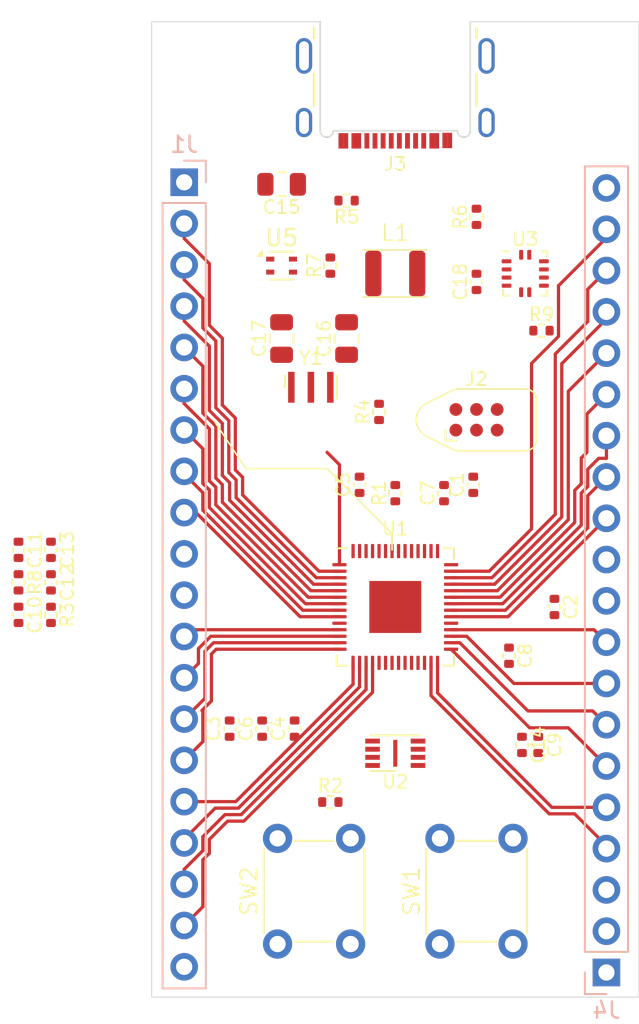
<source format=kicad_pcb>
(kicad_pcb (version 20240108) (generator "pcbnew") (generator_version "8.0")
  (layers (0 "F.Cu" signal) (31 "B.Cu" signal) (34 "B.Paste" user) (35 "F.Paste" user) (36 "B.SilkS" user "B.Silkscreen") (37 "F.SilkS" user "F.Silkscreen") (38 "B.Mask" user) (39 "F.Mask" user) (44 "Edge.Cuts" user))
  (net 0 "")
  (net 1 "Net-(C1-Pad1)")
  (net 2 "GND")
  (net 3 "+3V3")
  (net 4 "Net-(U1-VREG_VOUT)")
  (net 5 "/A11")
  (net 6 "Net-(U3-SS)")
  (net 7 "/A7")
  (net 9 "/SWD_CLK")
  (net 10 "/SWD_DIO")
  (net 11 "Net-(R2-Pad2)")
  (net 12 "Net-(U1-SPI_SS_N)")
  (net 13 "VBUS")
  (net 14 "Net-(U1-USB_DM)")
  (net 15 "Net-(U1-USB_DP)")
  (net 16 "Net-(J3-D+-PadA6)")
  (net 17 "Net-(J3-CC2)")
  (net 18 "Net-(J3-D--PadA7)")
  (net 19 "/SDA")
  (net 20 "/SCL")
  (net 21 "Net-(U3-PG)")
  (net 22 "/A13")
  (net 23 "/A4")
  (net 24 "Net-(U1-SPI_SD2)")
  (net 25 "/A15")
  (net 26 "/A5")
  (net 27 "/A6")
  (net 28 "/A14")
  (net 29 "/A8")
  (net 30 "/A3")
  (net 31 "/RESET")
  (net 32 "/A12")
  (net 33 "/A2")
  (net 34 "/A9")
  (net 35 "Net-(U1-XIN)")
  (net 36 "Net-(U1-SPI_SD0)")
  (net 37 "/A1")
  (net 38 "/A10")
  (net 39 "/A0")
  (net 40 "Net-(U1-XOUT)")
  (net 41 "/B8")
  (net 42 "/B10")
  (net 43 "/B7")
  (net 44 "/B5")
  (net 45 "Net-(U1-SPI_SD3)")
  (net 46 "/B2")
  (net 47 "/B11")
  (net 48 "/B4")
  (net 49 "/B1")
  (net 50 "/B3")
  (net 51 "/B12")
  (net 52 "Net-(U1-SPI_SD1)")
  (net 53 "Net-(U1-SPI_SCLK)")
  (net 54 "/B13")
  (net 55 "/B9")
  (net 56 "/B6")
  (net 57 "/B0")
  (net 61 "Net-(J3-CC1)")
  (net 64 "Net-(U3-L2)")
  (net 65 "Net-(U3-L1)")
  (footprint "passive:C_0402" (layer "F.Cu") (at 150 116 -90)
    (property "Reference" "C14" (at 0 -1 90) (layer "F.SilkS") (effects (font (size 0.8 0.8) (thickness 0.12))))
    (property "Value" "100n")
    (pad "1" smd roundrect (at -0.5 0 270) (size 0.5 0.6) (layers "F.Cu" "F.Paste" "F.Mask") (net 3 "+3V3"))
    (pad "2" smd roundrect (at 0.5 0 270) (size 0.5 0.6) (layers "F.Cu" "F.Paste" "F.Mask") (net 2 "GND"))
  )
  (footprint "passive:R_0402" (layer "F.Cu") (at 142.2 100.515 90)
    (property "Reference" "R1" (at 0 -1 90) (layer "F.SilkS") (effects (font (size 0.8 0.8) (thickness 0.12))))
    (property "Value" "10k")
    (pad "1" smd roundrect (at -0.5 0 90) (size 0.5 0.6) (layers "F.Cu" "F.Paste" "F.Mask") (net 3 "+3V3"))
    (pad "2" smd roundrect (at 0.5 0 90) (size 0.5 0.6) (layers "F.Cu" "F.Paste" "F.Mask") (net 1 "Net-(C1-Pad1)"))
  )
  (footprint "passive:R_0402" (layer "F.Cu") (at 119 106 -90)
    (property "Reference" "R8" (at 0 -1 90) (layer "F.SilkS") (effects (font (size 0.8 0.8) (thickness 0.12))))
    (property "Value" "3k3")
    (pad "1" smd roundrect (at -0.5 0 270) (size 0.5 0.6) (layers "F.Cu" "F.Paste" "F.Mask") (net 3 "+3V3"))
    (pad "2" smd roundrect (at 0.5 0 270) (size 0.5 0.6) (layers "F.Cu" "F.Paste" "F.Mask") (net 20 "/SCL"))
  )
  (footprint "connector:TC2030-IDC-NL" (layer "F.Cu") (at 147.2 96)
    (property "Reference" "J2" (at 0 -2.5 0) (layer "F.SilkS") (effects (font (size 0.8 0.8) (thickness 0.12))))
    (property "Value" "TC2030-IDC-NL")
    (pad "" np_thru_hole circle (at -2.54 0) (size 1 1) (drill 1) (layers "F&B.Cu" "*.Mask"))
    (pad "" np_thru_hole circle (at 2.54 -1.016) (size 1 1) (drill 1) (layers "F&B.Cu" "*.Mask"))
    (pad "" np_thru_hole circle (at 2.54 1.016) (size 1 1) (drill 1) (layers "F&B.Cu" "*.Mask"))
    (pad "1" connect circle (at -1.27 0.635) (size 0.7874 0.7874) (layers "F.Cu" "F.Mask") (net 3 "+3V3"))
    (pad "2" connect circle (at -1.27 -0.635) (size 0.7874 0.7874) (layers "F.Cu" "F.Mask") (net 10 "/SWD_DIO"))
    (pad "3" connect circle (at 0 0.635) (size 0.7874 0.7874) (layers "F.Cu" "F.Mask") (net 1 "Net-(C1-Pad1)"))
    (pad "4" connect circle (at 0 -0.635) (size 0.7874 0.7874) (layers "F.Cu" "F.Mask") (net 9 "/SWD_CLK"))
    (pad "5" connect circle (at 1.27 0.635) (size 0.7874 0.7874) (layers "F.Cu" "F.Mask") (net 2 "GND"))
    (pad "6" connect circle (at 1.27 -0.635) (size 0.7874 0.7874) (layers "F.Cu" "F.Mask"))
  )
  (footprint "switch:TS02-66-Series" (layer "F.Cu") (at 147.2 125 90)
    (property "Reference" "SW1" (at 0 -4 90) (layer "F.SilkS") (effects (font (thickness 0.12))))
    (property "Value" "PTS815")
    (pad "1" thru_hole circle (at -3.25 -2.25 90) (size 1.8 1.8) (drill 1) (layers "*.Cu" "*.Mask") (net 2 "GND"))
    (pad "1" thru_hole circle (at 3.25 -2.25 90) (size 1.8 1.8) (drill 1) (layers "*.Cu" "*.Mask") (net 2 "GND"))
    (pad "2" thru_hole circle (at -3.25 2.25 90) (size 1.8 1.8) (drill 1) (layers "*.Cu" "*.Mask") (net 31 "/RESET"))
    (pad "2" thru_hole circle (at 3.25 2.25 90) (size 1.8 1.8) (drill 1) (layers "*.Cu" "*.Mask") (net 31 "/RESET"))
  )
  (footprint "passive:C_0402" (layer "F.Cu") (at 152 107.515 -90)
    (property "Reference" "C2" (at 0 -1 90) (layer "F.SilkS") (effects (font (size 0.8 0.8) (thickness 0.12))))
    (property "Value" "100n")
    (pad "1" smd roundrect (at -0.5 0 270) (size 0.5 0.6) (layers "F.Cu" "F.Paste" "F.Mask") (net 3 "+3V3"))
    (pad "2" smd roundrect (at 0.5 0 270) (size 0.5 0.6) (layers "F.Cu" "F.Paste" "F.Mask") (net 2 "GND"))
  )
  (footprint "passive:R_0402" (layer "F.Cu") (at 121 108 -90)
    (property "Reference" "R3" (at 0 -1 90) (layer "F.SilkS") (effects (font (size 0.8 0.8) (thickness 0.12))))
    (property "Value" "27R")
    (pad "1" smd roundrect (at -0.5 0 270) (size 0.5 0.6) (layers "F.Cu" "F.Paste" "F.Mask") (net 18 "Net-(J3-D--PadA7)"))
    (pad "2" smd roundrect (at 0.5 0 270) (size 0.5 0.6) (layers "F.Cu" "F.Paste" "F.Mask") (net 14 "Net-(U1-USB_DM)"))
  )
  (footprint "passive:R_0402" (layer "F.Cu") (at 138.2 119.515)
    (property "Reference" "R2" (at 0 -1 360) (layer "F.SilkS") (effects (font (size 0.8 0.8) (thickness 0.12))))
    (property "Value" "1k")
    (pad "1" smd roundrect (at -0.5 0) (size 0.5 0.6) (layers "F.Cu" "F.Paste" "F.Mask") (net 12 "Net-(U1-SPI_SS_N)"))
    (pad "2" smd roundrect (at 0.5 0) (size 0.5 0.6) (layers "F.Cu" "F.Paste" "F.Mask") (net 11 "Net-(R2-Pad2)"))
  )
  (footprint "crystal:Resonator_SMD_Murata_CSTxExxV-3Pin_3.0x1.1mm" (layer "F.Cu") (at 137 94)
    (property "Reference" "Y1" (at 0 -1.8 0) (layer "F.SilkS") (effects (font (size 0.8 0.8) (thickness 0.12))))
    (property "Value" "CSTNE12M0GH5L000R0")
    (pad "1" smd rect (at -1.2 0) (size 0.4 1.9) (layers "F.Cu" "F.Paste" "F.Mask") (net 35 "Net-(U1-XIN)"))
    (pad "2" smd rect (at 0 0) (size 0.4 1.9) (layers "F.Cu" "F.Paste" "F.Mask") (net 2 "GND"))
    (pad "3" smd rect (at 1.2 0) (size 0.4 1.9) (layers "F.Cu" "F.Paste" "F.Mask") (net 40 "Net-(U1-XOUT)"))
  )
  (footprint "passive:C_0402" (layer "F.Cu") (at 119 104 -90)
    (property "Reference" "C11" (at 0 -1 90) (layer "F.SilkS") (effects (font (size 0.8 0.8) (thickness 0.12))))
    (property "Value" "100n")
    (pad "1" smd roundrect (at -0.5 0 270) (size 0.5 0.6) (layers "F.Cu" "F.Paste" "F.Mask") (net 3 "+3V3"))
    (pad "2" smd roundrect (at 0.5 0 270) (size 0.5 0.6) (layers "F.Cu" "F.Paste" "F.Mask") (net 2 "GND"))
  )
  (footprint "passive:C_0402" (layer "F.Cu") (at 136 115 90)
    (property "Reference" "C4" (at 0 -1 90) (layer "F.SilkS") (effects (font (size 0.8 0.8) (thickness 0.12))))
    (property "Value" "100n")
    (pad "1" smd roundrect (at -0.5 0 90) (size 0.5 0.6) (layers "F.Cu" "F.Paste" "F.Mask") (net 4 "Net-(U1-VREG_VOUT)"))
    (pad "2" smd roundrect (at 0.5 0 90) (size 0.5 0.6) (layers "F.Cu" "F.Paste" "F.Mask") (net 2 "GND"))
  )
  (footprint "passive:C_0402" (layer "F.Cu") (at 140 100 90)
    (property "Reference" "C5" (at 0 -1 90) (layer "F.SilkS") (effects (font (size 0.8 0.8) (thickness 0.12))))
    (property "Value" "100n")
    (pad "1" smd roundrect (at -0.5 0 90) (size 0.5 0.6) (layers "F.Cu" "F.Paste" "F.Mask") (net 3 "+3V3"))
    (pad "2" smd roundrect (at 0.5 0 90) (size 0.5 0.6) (layers "F.Cu" "F.Paste" "F.Mask") (net 2 "GND"))
  )
  (footprint "ic:Sensirion_DFN-4_1.5x1.5mm_P0.8mm_SHT4x_NoCentralPad" (layer "F.Cu") (at 135.2 86.515)
    (property "Reference" "U5" (at 0 -1.7 0) (layer "F.SilkS"))
    (property "Value" "SHT40-AD1B")
    (pad "1" smd rect (at -0.7 -0.4) (size 0.5 0.3) (layers "F.Cu" "F.Paste" "F.Mask") (net 19 "/SDA"))
    (pad "2" smd rect (at -0.7 0.4) (size 0.5 0.3) (layers "F.Cu" "F.Paste" "F.Mask") (net 20 "/SCL"))
    (pad "3" smd rect (at 0.7 0.4) (size 0.5 0.3) (layers "F.Cu" "F.Paste" "F.Mask") (net 3 "+3V3"))
    (pad "4" smd rect (at 0.7 -0.4) (size 0.5 0.3) (layers "F.Cu" "F.Paste" "F.Mask") (net 2 "GND"))
  )
  (footprint "passive:C_0402" (layer "F.Cu") (at 147 100 90)
    (property "Reference" "C1" (at 0 -1 90) (layer "F.SilkS") (effects (font (size 0.8 0.8) (thickness 0.12))))
    (property "Value" "100n")
    (pad "1" smd roundrect (at -0.5 0 90) (size 0.5 0.6) (layers "F.Cu" "F.Paste" "F.Mask") (net 1 "Net-(C1-Pad1)"))
    (pad "2" smd roundrect (at 0.5 0 90) (size 0.5 0.6) (layers "F.Cu" "F.Paste" "F.Mask") (net 2 "GND"))
  )
  (footprint "passive:R_0402" (layer "F.Cu") (at 151.2 90.515)
    (property "Reference" "R9" (at 0 -1 0) (layer "F.SilkS") (effects (font (size 0.8 0.8) (thickness 0.12))))
    (property "Value" "1M")
    (pad "1" smd roundrect (at -0.5 0) (size 0.5 0.6) (layers "F.Cu" "F.Paste" "F.Mask") (net 3 "+3V3"))
    (pad "2" smd roundrect (at 0.5 0) (size 0.5 0.6) (layers "F.Cu" "F.Paste" "F.Mask") (net 21 "Net-(U3-PG)"))
  )
  (footprint "passive:R_0402" (layer "F.Cu") (at 139.2 82.515 180)
    (property "Reference" "R5" (at 0 -1 360) (layer "F.SilkS") (effects (font (size 0.8 0.8) (thickness 0.12))))
    (property "Value" "5k1")
    (pad "1" smd roundrect (at -0.5 0 180) (size 0.5 0.6) (layers "F.Cu" "F.Paste" "F.Mask") (net 17 "Net-(J3-CC2)"))
    (pad "2" smd roundrect (at 0.5 0 180) (size 0.5 0.6) (layers "F.Cu" "F.Paste" "F.Mask") (net 2 "GND"))
  )
  (footprint "passive:R_0402" (layer "F.Cu") (at 138.2 86.515 90)
    (property "Reference" "R7" (at 0 -1 90) (layer "F.SilkS") (effects (font (size 0.8 0.8) (thickness 0.12))))
    (property "Value" "3k3")
    (pad "1" smd roundrect (at -0.5 0 90) (size 0.5 0.6) (layers "F.Cu" "F.Paste" "F.Mask") (net 3 "+3V3"))
    (pad "2" smd roundrect (at 0.5 0 90) (size 0.5 0.6) (layers "F.Cu" "F.Paste" "F.Mask") (net 19 "/SDA"))
  )
  (footprint "passive:C_0402" (layer "F.Cu") (at 151 116 -90)
    (property "Reference" "C9" (at 0 -1 90) (layer "F.SilkS") (effects (font (size 0.8 0.8) (thickness 0.12))))
    (property "Value" "100n")
    (pad "1" smd roundrect (at -0.5 0 270) (size 0.5 0.6) (layers "F.Cu" "F.Paste" "F.Mask") (net 3 "+3V3"))
    (pad "2" smd roundrect (at 0.5 0 270) (size 0.5 0.6) (layers "F.Cu" "F.Paste" "F.Mask") (net 2 "GND"))
  )
  (footprint "connector:USB_C_Receptacle_MidMnt_Molex_16_Contact_216990-0001" (layer "F.Cu") (at 142.2 73.615 180)
    (property "Reference" "J3" (at 0 -6.65 0) (layer "F.SilkS") (effects (font (size 0.8 0.8) (thickness 0.12))))
    (property "Value" "USB_C_Receptacle_Molex_216990-0001")
    (fp_line (start 4.62 -4.6) (end 4.62 2.1) (stroke (width 0.1)) (layer "Edge.Cuts"))
    (fp_line (start -3.82 -4.6) (end 3.82 -4.6) (stroke (width 0.1)) (layer "Edge.Cuts"))
    (fp_line (start -4.62 2.1) (end -4.62 -4.6) (stroke (width 0.1)) (layer "Edge.Cuts"))
    (fp_arc (start 3.82 -4.6) (mid 4.22 -5) (end 4.62 -4.6) (stroke (width 0.1)) (layer "Edge.Cuts"))
    (fp_arc (start -4.62 -4.6) (mid -4.22 -5) (end -3.82 -4.6) (stroke (width 0.1)) (layer "Edge.Cuts"))
    (pad "A1" smd rect (at -3.35 -5.2 180) (size 0.3 0.95) (layers "F.Cu" "F.Paste" "F.Mask") (net 2 "GND"))
    (pad "A4" smd rect (at -2.55 -5.225 180) (size 0.3 0.95) (layers "F.Cu" "F.Paste" "F.Mask") (net 13 "VBUS"))
    (pad "A5" smd rect (at -1.25 -5.225 180) (size 0.3 0.95) (layers "F.Cu" "F.Paste" "F.Mask") (net 61 "Net-(J3-CC1)"))
    (pad "A6" smd rect (at -0.25 -5.225 180) (size 0.3 0.95) (layers "F.Cu" "F.Paste" "F.Mask") (net 16 "Net-(J3-D+-PadA6)"))
    (pad "A7" smd rect (at 0.25 -5.225) (size 0.3 0.95) (layers "F.Cu" "F.Paste" "F.Mask") (net 18 "Net-(J3-D--PadA7)"))
    (pad "A8" smd rect (at 1.25 -5.225) (size 0.3 0.95) (layers "F.Cu" "F.Paste" "F.Mask") (net 10 "/SWD_DIO"))
    (pad "A9" smd rect (at 2.55 -5.225) (size 0.3 0.95) (layers "F.Cu" "F.Paste" "F.Mask") (net 13 "VBUS"))
    (pad "A12" smd rect (at 3.35 -5.225 180) (size 0.3 0.95) (layers "F.Cu" "F.Paste" "F.Mask") (net 2 "GND"))
    (pad "B1" smd rect (at 3.05 -5.225) (size 0.3 0.95) (layers "F.Cu" "F.Paste" "F.Mask") (net 2 "GND"))
    (pad "B4" smd rect (at 2.25 -5.225) (size 0.3 0.95) (layers "F.Cu" "F.Paste" "F.Mask") (net 13 "VBUS"))
    (pad "B5" smd rect (at 1.75 -5.225) (size 0.3 0.95) (layers "F.Cu" "F.Paste" "F.Mask") (net 17 "Net-(J3-CC2)"))
    (pad "B6" smd rect (at 0.75 -5.225) (size 0.3 0.95) (layers "F.Cu" "F.Paste" "F.Mask") (net 16 "Net-(J3-D+-PadA6)"))
    (pad "B7" smd rect (at -0.75 -5.225 180) (size 0.3 0.95) (layers "F.Cu" "F.Paste" "F.Mask") (net 18 "Net-(J3-D--PadA7)"))
    (pad "B8" smd rect (at -1.75 -5.225 180) (size 0.3 0.95) (layers "F.Cu" "F.Paste" "F.Mask") (net 9 "/SWD_CLK"))
    (pad "B9" smd rect (at -2.25 -5.225 180) (size 0.3 0.95) (layers "F.Cu" "F.Paste" "F.Mask") (net 13 "VBUS"))
    (pad "B12" smd rect (at -3.05 -5.2) (size 0.3 0.95) (layers "F.Cu" "F.Paste" "F.Mask") (net 2 "GND"))
    (pad "S1" thru_hole oval (at -5.62 -4.1 90) (size 1.8 1) (drill oval 1.4 0.6) (layers "*.Cu" "*.Mask"))
    (pad "S1" thru_hole oval (at -5.62 0 90) (size 2.2 1) (drill oval 1.8 0.6) (layers "*.Cu" "*.Mask"))
    (pad "S1" thru_hole oval (at 5.62 -4.1 90) (size 1.8 1) (drill oval 1.4 0.6) (layers "*.Cu" "*.Mask"))
    (pad "S1" thru_hole oval (at 5.62 0 90) (size 2.2 1) (drill oval 1.8 0.6) (layers "*.Cu" "*.Mask"))
  )
  (footprint "passive:C_0402" (layer "F.Cu") (at 134 115 90)
    (property "Reference" "C6" (at 0 -1 90) (layer "F.SilkS") (effects (font (size 0.8 0.8) (thickness 0.12))))
    (property "Value" "2u2")
    (pad "1" smd roundrect (at -0.5 0 90) (size 0.5 0.6) (layers "F.Cu" "F.Paste" "F.Mask") (net 4 "Net-(U1-VREG_VOUT)"))
    (pad "2" smd roundrect (at 0.5 0 90) (size 0.5 0.6) (layers "F.Cu" "F.Paste" "F.Mask") (net 2 "GND"))
  )
  (footprint "package:VQFN-12-1EP_2.5x2.5mm_P0.5mm" (layer "F.Cu") (at 150.2 87)
    (property "Reference" "U3" (at 0 -2.1 0) (layer "F.SilkS") (effects (font (size 0.8 0.8) (thickness 0.12))))
    (property "Value" "TPS63051")
    (pad "1" smd roundrect (at -1.15 -0.75) (size 0.6 0.25) (layers "F.Cu" "F.Paste" "F.Mask") (net 65 "Net-(U3-L1)"))
    (pad "2" smd roundrect (at -1.15 -0.25) (size 0.6 0.25) (layers "F.Cu" "F.Paste" "F.Mask") (net 2 "GND"))
    (pad "3" smd roundrect (at -1.15 0.25) (size 0.6 0.25) (layers "F.Cu" "F.Paste" "F.Mask") (net 64 "Net-(U3-L2)"))
    (pad "4" smd roundrect (at -1.15 0.75) (size 0.6 0.25) (layers "F.Cu" "F.Paste" "F.Mask") (net 3 "+3V3"))
    (pad "5" smd roundrect (at -0.25 1.15) (size 0.25 0.6) (layers "F.Cu" "F.Paste" "F.Mask") (net 3 "+3V3"))
    (pad "6" smd roundrect (at 0.25 1.15) (size 0.25 0.6) (layers "F.Cu" "F.Paste" "F.Mask"))
    (pad "7" smd roundrect (at 1.15 0.75) (size 0.6 0.25) (layers "F.Cu" "F.Paste" "F.Mask") (net 6 "Net-(U3-SS)"))
    (pad "8" smd roundrect (at 1.15 0.25) (size 0.6 0.25) (layers "F.Cu" "F.Paste" "F.Mask") (net 21 "Net-(U3-PG)"))
    (pad "9" smd roundrect (at 1.15 -0.25) (size 0.6 0.25) (layers "F.Cu" "F.Paste" "F.Mask") (net 2 "GND"))
    (pad "10" smd roundrect (at 1.15 -0.75) (size 0.6 0.25) (layers "F.Cu" "F.Paste" "F.Mask"))
    (pad "11" smd roundrect (at 0.25 -1.15) (size 0.25 0.6) (layers "F.Cu" "F.Paste" "F.Mask") (net 13 "VBUS"))
    (pad "12" smd roundrect (at -0.25 -1.15) (size 0.25 0.6) (layers "F.Cu" "F.Paste" "F.Mask") (net 13 "VBUS"))
  )
  (footprint "passive:C_0805" (layer "F.Cu") (at 135.2 91 90)
    (property "Reference" "C17" (at 0 -1.4 90) (layer "F.SilkS") (effects (font (size 0.8 0.8) (thickness 0.12))))
    (property "Value" "10u")
    (pad "1" smd roundrect (at -1 0 90) (size 1 1.4) (layers "F.Cu" "F.Paste" "F.Mask") (net 3 "+3V3"))
    (pad "2" smd roundrect (at 1 0 90) (size 1 1.4) (layers "F.Cu" "F.Paste" "F.Mask") (net 2 "GND"))
  )
  (footprint "passive:C_0402" (layer "F.Cu") (at 121 104 -90)
    (property "Reference" "C13" (at 0 -1 90) (layer "F.SilkS") (effects (font (size 0.8 0.8) (thickness 0.12))))
    (property "Value" "100n")
    (pad "1" smd roundrect (at -0.5 0 270) (size 0.5 0.6) (layers "F.Cu" "F.Paste" "F.Mask") (net 3 "+3V3"))
    (pad "2" smd roundrect (at 0.5 0 270) (size 0.5 0.6) (layers "F.Cu" "F.Paste" "F.Mask") (net 2 "GND"))
  )
  (footprint "passive:C_0805" (layer "F.Cu") (at 135.2 81.515 180)
    (property "Reference" "C15" (at 0 -1.4 360) (layer "F.SilkS") (effects (font (size 0.8 0.8) (thickness 0.12))))
    (property "Value" "10u")
    (pad "1" smd roundrect (at -1 0 180) (size 1 1.4) (layers "F.Cu" "F.Paste" "F.Mask") (net 13 "VBUS"))
    (pad "2" smd roundrect (at 1 0 180) (size 1 1.4) (layers "F.Cu" "F.Paste" "F.Mask") (net 2 "GND"))
  )
  (footprint "passive:R_0402" (layer "F.Cu") (at 141.2 95.515 90)
    (property "Reference" "R4" (at 0 -1 90) (layer "F.SilkS") (effects (font (size 0.8 0.8) (thickness 0.12))))
    (property "Value" "27R")
    (pad "1" smd roundrect (at -0.5 0 90) (size 0.5 0.6) (layers "F.Cu" "F.Paste" "F.Mask") (net 16 "Net-(J3-D+-PadA6)"))
    (pad "2" smd roundrect (at 0.5 0 90) (size 0.5 0.6) (layers "F.Cu" "F.Paste" "F.Mask") (net 15 "Net-(U1-USB_DP)"))
  )
  (footprint "passive:C_0402" (layer "F.Cu") (at 145.2 100.515 90)
    (property "Reference" "C7" (at 0 -1 90) (layer "F.SilkS") (effects (font (size 0.8 0.8) (thickness 0.12))))
    (property "Value" "2u2")
    (pad "1" smd roundrect (at -0.5 0 90) (size 0.5 0.6) (layers "F.Cu" "F.Paste" "F.Mask") (net 3 "+3V3"))
    (pad "2" smd roundrect (at 0.5 0 90) (size 0.5 0.6) (layers "F.Cu" "F.Paste" "F.Mask") (net 2 "GND"))
  )
  (footprint "switch:TS02-66-Series" (layer "F.Cu") (at 137.2 125 90)
    (property "Reference" "SW2" (at 0 -4 90) (layer "F.SilkS") (effects (font (thickness 0.12))))
    (property "Value" "PTS815")
    (pad "1" thru_hole circle (at -3.25 -2.25 90) (size 1.8 1.8) (drill 1) (layers "*.Cu" "*.Mask") (net 2 "GND"))
    (pad "1" thru_hole circle (at 3.25 -2.25 90) (size 1.8 1.8) (drill 1) (layers "*.Cu" "*.Mask") (net 2 "GND"))
    (pad "2" thru_hole circle (at -3.25 2.25 90) (size 1.8 1.8) (drill 1) (layers "*.Cu" "*.Mask") (net 11 "Net-(R2-Pad2)"))
    (pad "2" thru_hole circle (at 3.25 2.25 90) (size 1.8 1.8) (drill 1) (layers "*.Cu" "*.Mask") (net 11 "Net-(R2-Pad2)"))
  )
  (footprint "passive:C_0402" (layer "F.Cu") (at 121 106 -90)
    (property "Reference" "C12" (at 0 -1 90) (layer "F.SilkS") (effects (font (size 0.8 0.8) (thickness 0.12))))
    (property "Value" "100n")
    (pad "1" smd roundrect (at -0.5 0 270) (size 0.5 0.6) (layers "F.Cu" "F.Paste" "F.Mask") (net 3 "+3V3"))
    (pad "2" smd roundrect (at 0.5 0 270) (size 0.5 0.6) (layers "F.Cu" "F.Paste" "F.Mask") (net 2 "GND"))
  )
  (footprint "passive:C_0402" (layer "F.Cu") (at 147.2 87.515 90)
    (property "Reference" "C18" (at 0 -1 90) (layer "F.SilkS") (effects (font (size 0.8 0.8) (thickness 0.12))))
    (property "Value" "1n")
    (pad "1" smd roundrect (at -0.5 0 90) (size 0.5 0.6) (layers "F.Cu" "F.Paste" "F.Mask") (net 6 "Net-(U3-SS)"))
    (pad "2" smd roundrect (at 0.5 0 90) (size 0.5 0.6) (layers "F.Cu" "F.Paste" "F.Mask") (net 2 "GND"))
  )
  (footprint "passive:C_0402" (layer "F.Cu") (at 149.2 110.515 -90)
    (property "Reference" "C8" (at 0 -1 90) (layer "F.SilkS") (effects (font (size 0.8 0.8) (thickness 0.12))))
    (property "Value" "100n")
    (pad "1" smd roundrect (at -0.5 0 270) (size 0.5 0.6) (layers "F.Cu" "F.Paste" "F.Mask") (net 3 "+3V3"))
    (pad "2" smd roundrect (at 0.5 0 270) (size 0.5 0.6) (layers "F.Cu" "F.Paste" "F.Mask") (net 2 "GND"))
  )
  (footprint "passive:R_0402" (layer "F.Cu") (at 147.2 83.515 90)
    (property "Reference" "R6" (at 0 -1 90) (layer "F.SilkS") (effects (font (size 0.8 0.8) (thickness 0.12))))
    (property "Value" "5k1")
    (pad "1" smd roundrect (at -0.5 0 90) (size 0.5 0.6) (layers "F.Cu" "F.Paste" "F.Mask") (net 61 "Net-(J3-CC1)"))
    (pad "2" smd roundrect (at 0.5 0 90) (size 0.5 0.6) (layers "F.Cu" "F.Paste" "F.Mask") (net 2 "GND"))
  )
  (footprint "package:USON_2x3x0.6mm" (layer "F.Cu") (at 142.2 116.515 180)
    (property "Reference" "U2" (at 0 -1.75 360) (layer "F.SilkS") (effects (font (size 0.8 0.8) (thickness 0.12))))
    (property "Value" "W25Q16JV" (hide yes))
    (pad "1" smd rect (at -1.4 -0.75 270) (size 0.3 0.9) (layers "F.Cu" "F.Paste" "F.Mask") (net 12 "Net-(U1-SPI_SS_N)"))
    (pad "2" smd rect (at -1.4 -0.25 270) (size 0.3 0.9) (layers "F.Cu" "F.Paste" "F.Mask") (net 52 "Net-(U1-SPI_SD1)"))
    (pad "3" smd rect (at -1.4 0.25 270) (size 0.3 0.9) (layers "F.Cu" "F.Paste" "F.Mask") (net 24 "Net-(U1-SPI_SD2)"))
    (pad "4" smd rect (at -1.4 0.75 270) (size 0.3 0.9) (layers "F.Cu" "F.Paste" "F.Mask") (net 2 "GND"))
    (pad "5" smd rect (at 1.4 0.75 270) (size 0.3 0.9) (layers "F.Cu" "F.Paste" "F.Mask") (net 36 "Net-(U1-SPI_SD0)"))
    (pad "6" smd rect (at 1.4 0.25 270) (size 0.3 0.9) (layers "F.Cu" "F.Paste" "F.Mask") (net 53 "Net-(U1-SPI_SCLK)"))
    (pad "7" smd rect (at 1.4 -0.25 270) (size 0.3 0.9) (layers "F.Cu" "F.Paste" "F.Mask") (net 45 "Net-(U1-SPI_SD3)"))
    (pad "8" smd rect (at 1.4 -0.75 270) (size 0.3 0.9) (layers "F.Cu" "F.Paste" "F.Mask") (net 3 "+3V3"))
    (pad "9" smd rect (at 0 0 180) (size 0.25 1.65) (layers "F.Cu" "F.Paste" "F.Mask"))
  )
  (footprint "passive:C_0402" (layer "F.Cu") (at 132 115 90)
    (property "Reference" "C3" (at 0 -1 90) (layer "F.SilkS") (effects (font (size 0.8 0.8) (thickness 0.12))))
    (property "Value" "100n")
    (pad "1" smd roundrect (at -0.5 0 90) (size 0.5 0.6) (layers "F.Cu" "F.Paste" "F.Mask") (net 4 "Net-(U1-VREG_VOUT)"))
    (pad "2" smd roundrect (at 0.5 0 90) (size 0.5 0.6) (layers "F.Cu" "F.Paste" "F.Mask") (net 2 "GND"))
  )
  (footprint "package:QFN-56-1EP_7x7mm_P0.4mm_EP3.2x3.2mm" (layer "F.Cu") (at 142.2 107.515)
    (property "Reference" "U1" (at 0 -4.82 360) (layer "F.SilkS") (effects (font (size 0.8 0.8) (thickness 0.12))))
    (property "Value" "RP2040")
    (pad "1" smd roundrect (at -3.4375 -2.6) (size 0.875 0.2) (layers "F.Cu" "F.Paste" "F.Mask") (net 3 "+3V3"))
    (pad "2" smd roundrect (at -3.4375 -2.2) (size 0.875 0.2) (layers "F.Cu" "F.Paste" "F.Mask") (net 39 "/A0"))
    (pad "3" smd roundrect (at -3.4375 -1.8) (size 0.875 0.2) (layers "F.Cu" "F.Paste" "F.Mask") (net 37 "/A1"))
    (pad "4" smd roundrect (at -3.4375 -1.4) (size 0.875 0.2) (layers "F.Cu" "F.Paste" "F.Mask") (net 33 "/A2"))
    (pad "5" smd roundrect (at -3.4375 -1) (size 0.875 0.2) (layers "F.Cu" "F.Paste" "F.Mask") (net 30 "/A3"))
    (pad "6" smd roundrect (at -3.4375 -0.6) (size 0.875 0.2) (layers "F.Cu" "F.Paste" "F.Mask") (net 23 "/A4"))
    (pad "7" smd roundrect (at -3.4375 -0.2) (size 0.875 0.2) (layers "F.Cu" "F.Paste" "F.Mask") (net 26 "/A5"))
    (pad "8" smd roundrect (at -3.4375 0.2) (size 0.875 0.2) (layers "F.Cu" "F.Paste" "F.Mask") (net 27 "/A6"))
    (pad "9" smd roundrect (at -3.4375 0.6) (size 0.875 0.2) (layers "F.Cu" "F.Paste" "F.Mask") (net 7 "/A7"))
    (pad "10" smd roundrect (at -3.4375 1) (size 0.875 0.2) (layers "F.Cu" "F.Paste" "F.Mask") (net 3 "+3V3"))
    (pad "11" smd roundrect (at -3.4375 1.4) (size 0.875 0.2) (layers "F.Cu" "F.Paste" "F.Mask") (net 29 "/A8"))
    (pad "12" smd roundrect (at -3.4375 1.8) (size 0.875 0.2) (layers "F.Cu" "F.Paste" "F.Mask") (net 34 "/A9"))
    (pad "13" smd roundrect (at -3.4375 2.2) (size 0.875 0.2) (layers "F.Cu" "F.Paste" "F.Mask") (net 38 "/A10"))
    (pad "14" smd roundrect (at -3.4375 2.6) (size 0.875 0.2) (layers "F.Cu" "F.Paste" "F.Mask") (net 5 "/A11"))
    (pad "15" smd roundrect (at -2.6 3.4375) (size 0.2 0.875) (layers "F.Cu" "F.Paste" "F.Mask") (net 32 "/A12"))
    (pad "16" smd roundrect (at -2.2 3.4375) (size 0.2 0.875) (layers "F.Cu" "F.Paste" "F.Mask") (net 22 "/A13"))
    (pad "17" smd roundrect (at -1.8 3.4375) (size 0.2 0.875) (layers "F.Cu" "F.Paste" "F.Mask") (net 28 "/A14"))
    (pad "18" smd roundrect (at -1.4 3.4375) (size 0.2 0.875) (layers "F.Cu" "F.Paste" "F.Mask") (net 25 "/A15"))
    (pad "19" smd roundrect (at -1 3.4375) (size 0.2 0.875) (layers "F.Cu" "F.Paste" "F.Mask") (net 2 "GND"))
    (pad "20" smd roundrect (at -0.6 3.4375) (size 0.2 0.875) (layers "F.Cu" "F.Paste" "F.Mask") (net 35 "Net-(U1-XIN)"))
    (pad "21" smd roundrect (at -0.2 3.4375) (size 0.2 0.875) (layers "F.Cu" "F.Paste" "F.Mask") (net 40 "Net-(U1-XOUT)"))
    (pad "22" smd roundrect (at 0.2 3.4375) (size 0.2 0.875) (layers "F.Cu" "F.Paste" "F.Mask") (net 3 "+3V3"))
    (pad "23" smd roundrect (at 0.6 3.4375) (size 0.2 0.875) (layers "F.Cu" "F.Paste" "F.Mask") (net 4 "Net-(U1-VREG_VOUT)"))
    (pad "24" smd roundrect (at 1 3.4375) (size 0.2 0.875) (layers "F.Cu" "F.Paste" "F.Mask") (net 9 "/SWD_CLK"))
    (pad "25" smd roundrect (at 1.4 3.4375) (size 0.2 0.875) (layers "F.Cu" "F.Paste" "F.Mask") (net 10 "/SWD_DIO"))
    (pad "26" smd roundrect (at 1.8 3.4375) (size 0.2 0.875) (layers "F.Cu" "F.Paste" "F.Mask") (net 31 "/RESET"))
    (pad "27" smd roundrect (at 2.2 3.4375) (size 0.2 0.875) (layers "F.Cu" "F.Paste" "F.Mask") (net 57 "/B0"))
    (pad "28" smd roundrect (at 2.6 3.4375) (size 0.2 0.875) (layers "F.Cu" "F.Paste" "F.Mask") (net 49 "/B1"))
    (pad "29" smd roundrect (at 3.4375 2.6) (size 0.875 0.2) (layers "F.Cu" "F.Paste" "F.Mask") (net 46 "/B2"))
    (pad "30" smd roundrect (at 3.4375 2.2) (size 0.875 0.2) (layers "F.Cu" "F.Paste" "F.Mask") (net 50 "/B3"))
    (pad "31" smd roundrect (at 3.4375 1.8) (size 0.875 0.2) (layers "F.Cu" "F.Paste" "F.Mask") (net 48 "/B4"))
    (pad "32" smd roundrect (at 3.4375 1.4) (size 0.875 0.2) (layers "F.Cu" "F.Paste" "F.Mask") (net 44 "/B5"))
    (pad "33" smd roundrect (at 3.4375 1) (size 0.875 0.2) (layers "F.Cu" "F.Paste" "F.Mask") (net 3 "+3V3"))
    (pad "34" smd roundrect (at 3.4375 0.6) (size 0.875 0.2) (layers "F.Cu" "F.Paste" "F.Mask") (net 56 "/B6"))
    (pad "35" smd roundrect (at 3.4375 0.2) (size 0.875 0.2) (layers "F.Cu" "F.Paste" "F.Mask") (net 43 "/B7"))
    (pad "36" smd roundrect (at 3.4375 -0.2) (size 0.875 0.2) (layers "F.Cu" "F.Paste" "F.Mask") (net 41 "/B8"))
    (pad "37" smd roundrect (at 3.4375 -0.6) (size 0.875 0.2) (layers "F.Cu" "F.Paste" "F.Mask") (net 55 "/B9"))
    (pad "38" smd roundrect (at 3.4375 -1) (size 0.875 0.2) (layers "F.Cu" "F.Paste" "F.Mask") (net 42 "/B10"))
    (pad "39" smd roundrect (at 3.4375 -1.4) (size 0.875 0.2) (layers "F.Cu" "F.Paste" "F.Mask") (net 47 "/B11"))
    (pad "40" smd roundrect (at 3.4375 -1.8) (size 0.875 0.2) (layers "F.Cu" "F.Paste" "F.Mask") (net 51 "/B12"))
    (pad "41" smd roundrect (at 3.4375 -2.2) (size 0.875 0.2) (layers "F.Cu" "F.Paste" "F.Mask") (net 54 "/B13"))
    (pad "42" smd roundrect (at 3.4375 -2.6) (size 0.875 0.2) (layers "F.Cu" "F.Paste" "F.Mask") (net 3 "+3V3"))
    (pad "43" smd roundrect (at 2.6 -3.4375) (size 0.2 0.875) (layers "F.Cu" "F.Paste" "F.Mask") (net 3 "+3V3"))
    (pad "44" smd roundrect (at 2.2 -3.4375) (size 0.2 0.875) (layers "F.Cu" "F.Paste" "F.Mask") (net 3 "+3V3"))
    (pad "45" smd roundrect (at 1.8 -3.4375) (size 0.2 0.875) (layers "F.Cu" "F.Paste" "F.Mask") (net 4 "Net-(U1-VREG_VOUT)"))
    (pad "46" smd roundrect (at 1.4 -3.4375) (size 0.2 0.875) (layers "F.Cu" "F.Paste" "F.Mask") (net 14 "Net-(U1-USB_DM)"))
    (pad "47" smd roundrect (at 1 -3.4375) (size 0.2 0.875) (layers "F.Cu" "F.Paste" "F.Mask") (net 15 "Net-(U1-USB_DP)"))
    (pad "48" smd roundrect (at 0.6 -3.4375) (size 0.2 0.875) (layers "F.Cu" "F.Paste" "F.Mask") (net 3 "+3V3"))
    (pad "49" smd roundrect (at 0.2 -3.4375) (size 0.2 0.875) (layers "F.Cu" "F.Paste" "F.Mask") (net 3 "+3V3"))
    (pad "50" smd roundrect (at -0.2 -3.4375) (size 0.2 0.875) (layers "F.Cu" "F.Paste" "F.Mask") (net 4 "Net-(U1-VREG_VOUT)"))
    (pad "51" smd roundrect (at -0.6 -3.4375) (size 0.2 0.875) (layers "F.Cu" "F.Paste" "F.Mask") (net 45 "Net-(U1-SPI_SD3)"))
    (pad "52" smd roundrect (at -1 -3.4375) (size 0.2 0.875) (layers "F.Cu" "F.Paste" "F.Mask") (net 53 "Net-(U1-SPI_SCLK)"))
    (pad "53" smd roundrect (at -1.4 -3.4375) (size 0.2 0.875) (layers "F.Cu" "F.Paste" "F.Mask") (net 36 "Net-(U1-SPI_SD0)"))
    (pad "54" smd roundrect (at -1.8 -3.4375) (size 0.2 0.875) (layers "F.Cu" "F.Paste" "F.Mask") (net 24 "Net-(U1-SPI_SD2)"))
    (pad "55" smd roundrect (at -2.2 -3.4375) (size 0.2 0.875) (layers "F.Cu" "F.Paste" "F.Mask") (net 52 "Net-(U1-SPI_SD1)"))
    (pad "56" smd roundrect (at -2.6 -3.4375) (size 0.2 0.875) (layers "F.Cu" "F.Paste" "F.Mask") (net 12 "Net-(U1-SPI_SS_N)"))
    (pad "57" smd rect (at 0 0) (size 3.2 3.2) (layers "F.Cu" "F.Mask") (net 2 "GND"))
  )
  (footprint "passive:L_3.2x2.5" (layer "F.Cu") (at 142.2 87)
    (property "Reference" "L1" (at 0 -2.5 0) (layer "F.SilkS") (effects (font (thickness 0.1))))
    (property "Value" "1u5")
    (pad "1" smd roundrect (at -1.35 0) (size 1 2.8) (layers "F.Cu" "F.Paste" "F.Mask") (net 65 "Net-(U3-L1)"))
    (pad "2" smd roundrect (at 1.35 0) (size 1 2.8) (layers "F.Cu" "F.Paste" "F.Mask") (net 64 "Net-(U3-L2)"))
  )
  (footprint "passive:C_0805" (layer "F.Cu") (at 139.2 91 90)
    (property "Reference" "C16" (at 0 -1.4 90) (layer "F.SilkS") (effects (font (size 0.8 0.8) (thickness 0.12))))
    (property "Value" "10u")
    (pad "1" smd roundrect (at -1 0 90) (size 1 1.4) (layers "F.Cu" "F.Paste" "F.Mask") (net 3 "+3V3"))
    (pad "2" smd roundrect (at 1 0 90) (size 1 1.4) (layers "F.Cu" "F.Paste" "F.Mask") (net 2 "GND"))
  )
  (footprint "passive:C_0402" (layer "F.Cu") (at 119 108 -90)
    (property "Reference" "C10" (at 0 -1 90) (layer "F.SilkS") (effects (font (size 0.8 0.8) (thickness 0.12))))
    (property "Value" "100n")
    (pad "1" smd roundrect (at -0.5 0 270) (size 0.5 0.6) (layers "F.Cu" "F.Paste" "F.Mask") (net 3 "+3V3"))
    (pad "2" smd roundrect (at 0.5 0 270) (size 0.5 0.6) (layers "F.Cu" "F.Paste" "F.Mask") (net 2 "GND"))
  )
  (footprint "connector:PinHeader_1x20_P2.54mm_Vertical" (layer "B.Cu") (at 129.2 81.39 180)
    (property "Reference" "J1" (at 0 2.33 0) (layer "B.SilkS") (effects (justify mirror)))
    (property "Value" "1x20")
    (pad "1" thru_hole rect (at 0 0 180) (size 1.7 1.7) (drill 1) (layers "*.Cu" "*.Mask") (net 2 "GND"))
    (pad "2" thru_hole oval (at 0 -2.54 180) (size 1.7 1.7) (drill 1) (layers "*.Cu" "*.Mask") (net 39 "/A0"))
    (pad "3" thru_hole oval (at 0 -5.08 180) (size 1.7 1.7) (drill 1) (layers "*.Cu" "*.Mask") (net 37 "/A1"))
    (pad "4" thru_hole oval (at 0 -7.62 180) (size 1.7 1.7) (drill 1) (layers "*.Cu" "*.Mask") (net 33 "/A2"))
    (pad "5" thru_hole oval (at 0 -10.16 180) (size 1.7 1.7) (drill 1) (layers "*.Cu" "*.Mask") (net 30 "/A3"))
    (pad "6" thru_hole oval (at 0 -12.7 180) (size 1.7 1.7) (drill 1) (layers "*.Cu" "*.Mask") (net 23 "/A4"))
    (pad "7" thru_hole oval (at 0 -15.24 180) (size 1.7 1.7) (drill 1) (layers "*.Cu" "*.Mask") (net 26 "/A5"))
    (pad "8" thru_hole oval (at 0 -17.78 180) (size 1.7 1.7) (drill 1) (layers "*.Cu" "*.Mask") (net 27 "/A6"))
    (pad "9" thru_hole oval (at 0 -20.32 180) (size 1.7 1.7) (drill 1) (layers "*.Cu" "*.Mask") (net 7 "/A7"))
    (pad "10" thru_hole oval (at 0 -22.86 180) (size 1.7 1.7) (drill 1) (layers "*.Cu" "*.Mask") (net 2 "GND"))
    (pad "11" thru_hole oval (at 0 -25.4 180) (size 1.7 1.7) (drill 1) (layers "*.Cu" "*.Mask") (net 2 "GND"))
    (pad "12" thru_hole oval (at 0 -27.94 180) (size 1.7 1.7) (drill 1) (layers "*.Cu" "*.Mask") (net 29 "/A8"))
    (pad "13" thru_hole oval (at 0 -30.48 180) (size 1.7 1.7) (drill 1) (layers "*.Cu" "*.Mask") (net 34 "/A9"))
    (pad "14" thru_hole oval (at 0 -33.02 180) (size 1.7 1.7) (drill 1) (layers "*.Cu" "*.Mask") (net 38 "/A10"))
    (pad "15" thru_hole oval (at 0 -35.56 180) (size 1.7 1.7) (drill 1) (layers "*.Cu" "*.Mask") (net 5 "/A11"))
    (pad "16" thru_hole oval (at 0 -38.1 180) (size 1.7 1.7) (drill 1) (layers "*.Cu" "*.Mask") (net 32 "/A12"))
    (pad "17" thru_hole oval (at 0 -40.64 180) (size 1.7 1.7) (drill 1) (layers "*.Cu" "*.Mask") (net 22 "/A13"))
    (pad "18" thru_hole oval (at 0 -43.18 180) (size 1.7 1.7) (drill 1) (layers "*.Cu" "*.Mask") (net 28 "/A14"))
    (pad "19" thru_hole oval (at 0 -45.72 180) (size 1.7 1.7) (drill 1) (layers "*.Cu" "*.Mask") (net 25 "/A15"))
    (pad "20" thru_hole oval (at 0 -48.26 180) (size 1.7 1.7) (drill 1) (layers "*.Cu" "*.Mask") (net 2 "GND"))
  )
  (footprint "connector:PinHeader_1x20_P2.54mm_Vertical" (layer "B.Cu") (at 155.2 130)
    (property "Reference" "J4" (at 0 2.33 360) (layer "B.SilkS") (effects (justify mirror)))
    (property "Value" "1x20")
    (pad "1" thru_hole rect (at 0 0) (size 1.7 1.7) (drill 1) (layers "*.Cu" "*.Mask") (net 2 "GND"))
    (pad "2" thru_hole oval (at 0 -2.54) (size 1.7 1.7) (drill 1) (layers "*.Cu" "*.Mask") (net 13 "VBUS"))
    (pad "3" thru_hole oval (at 0 -5.08) (size 1.7 1.7) (drill 1) (layers "*.Cu" "*.Mask") (net 3 "+3V3"))
    (pad "4" thru_hole oval (at 0 -7.62) (size 1.7 1.7) (drill 1) (layers "*.Cu" "*.Mask") (net 57 "/B0"))
    (pad "5" thru_hole oval (at 0 -10.16) (size 1.7 1.7) (drill 1) (layers "*.Cu" "*.Mask") (net 49 "/B1"))
    (pad "6" thru_hole oval (at 0 -12.7) (size 1.7 1.7) (drill 1) (layers "*.Cu" "*.Mask") (net 46 "/B2"))
    (pad "7" thru_hole oval (at 0 -15.24) (size 1.7 1.7) (drill 1) (layers "*.Cu" "*.Mask") (net 50 "/B3"))
    (pad "8" thru_hole oval (at 0 -17.78) (size 1.7 1.7) (drill 1) (layers "*.Cu" "*.Mask") (net 48 "/B4"))
    (pad "9" thru_hole oval (at 0 -20.32) (size 1.7 1.7) (drill 1) (layers "*.Cu" "*.Mask") (net 44 "/B5"))
    (pad "10" thru_hole oval (at 0 -22.86) (size 1.7 1.7) (drill 1) (layers "*.Cu" "*.Mask") (net 2 "GND"))
    (pad "11" thru_hole oval (at 0 -25.4) (size 1.7 1.7) (drill 1) (layers "*.Cu" "*.Mask") (net 2 "GND"))
    (pad "12" thru_hole oval (at 0 -27.94) (size 1.7 1.7) (drill 1) (layers "*.Cu" "*.Mask") (net 56 "/B6"))
    (pad "13" thru_hole oval (at 0 -30.48) (size 1.7 1.7) (drill 1) (layers "*.Cu" "*.Mask") (net 43 "/B7"))
    (pad "14" thru_hole oval (at 0 -33.02) (size 1.7 1.7) (drill 1) (layers "*.Cu" "*.Mask") (net 41 "/B8"))
    (pad "15" thru_hole oval (at 0 -35.56) (size 1.7 1.7) (drill 1) (layers "*.Cu" "*.Mask") (net 55 "/B9"))
    (pad "16" thru_hole oval (at 0 -38.1) (size 1.7 1.7) (drill 1) (layers "*.Cu" "*.Mask") (net 42 "/B10"))
    (pad "17" thru_hole oval (at 0 -40.64) (size 1.7 1.7) (drill 1) (layers "*.Cu" "*.Mask") (net 47 "/B11"))
    (pad "18" thru_hole oval (at 0 -43.18) (size 1.7 1.7) (drill 1) (layers "*.Cu" "*.Mask") (net 51 "/B12"))
    (pad "19" thru_hole oval (at 0 -45.72) (size 1.7 1.7) (drill 1) (layers "*.Cu" "*.Mask") (net 54 "/B13"))
    (pad "20" thru_hole oval (at 0 -48.26) (size 1.7 1.7) (drill 1) (layers "*.Cu" "*.Mask") (net 2 "GND"))
  )
  (gr_line (start 142 103) (end 138 99) (stroke (width 0.1)) (layer "F.SilkS"))
  (gr_line (start 133 99) (end 131 96) (stroke (width 0.1)) (layer "F.SilkS"))
  (gr_line (start 138 99) (end 133 99) (stroke (width 0.1)) (layer "F.SilkS"))
  (gr_line (start 142 104) (end 142 103) (stroke (width 0.1)) (layer "F.SilkS"))
  (gr_line (start 127.2 71.515) (end 137.58 71.515) (stroke (width 0.05)) (layer "Edge.Cuts"))
  (gr_line (start 127.2 131.515) (end 157.2 131.515) (stroke (width 0.05)) (layer "Edge.Cuts"))
  (gr_line (start 157.2 71.515) (end 146.82 71.515) (stroke (width 0.05)) (layer "Edge.Cuts"))
  (gr_line (start 127.2 131.515) (end 127.2 71.515) (stroke (width 0.05)) (layer "Edge.Cuts"))
  (gr_line (start 157.2 131.515) (end 157.2 71.515) (stroke (width 0.05)) (layer "Edge.Cuts"))
  (segment (start 138.7625 104.915) (end 138.7625 98.7625) (width 0.2) (layer "F.Cu") (net 3))
  (segment (start 138.7625 98.7625) (end 138 98) (width 0.2) (layer "F.Cu") (net 3))
  (segment (start 130.296016 113.87967) (end 130.35 113.933654) (width 0.2) (layer "F.Cu") (net 5))
  (segment (start 131.172718 110.115) (end 130.878173 110.409545) (width 0.2) (layer "F.Cu") (net 5))
  (segment (start 130.35 115.8) (end 129.2 116.95) (width 0.2) (layer "F.Cu") (net 5))
  (segment (start 130.878173 110.409545) (end 130.878173 113.297513) (width 0.2) (layer "F.Cu") (net 5))
  (segment (start 138.7625 110.115) (end 131.172718 110.115) (width 0.2) (layer "F.Cu") (net 5))
  (segment (start 130.35 113.933654) (end 130.35 115.8) (width 0.2) (layer "F.Cu") (net 5))
  (segment (start 130.878173 113.297513) (end 130.296016 113.87967) (width 0.2) (layer "F.Cu") (net 5))
  (segment (start 129.932256 101.71) (end 129.2 101.71) (width 0.2) (layer "F.Cu") (net 7))
  (segment (start 136.337256 108.115) (end 129.932256 101.71) (width 0.2) (layer "F.Cu") (net 7))
  (segment (start 138.7625 108.115) (end 136.337256 108.115) (width 0.2) (layer "F.Cu") (net 7))
  (segment (start 129.2 121.8) (end 131.11 119.89) (width 0.2) (layer "F.Cu") (net 22))
  (segment (start 129.2 122.03) (end 129.2 121.8) (width 0.2) (layer "F.Cu") (net 22))
  (segment (start 132.776395 119.655685) (end 140 112.432081) (width 0.2) (layer "F.Cu") (net 22))
  (segment (start 132.542081 119.89) (end 132.776395 119.655685) (width 0.2) (layer "F.Cu") (net 22))
  (segment (start 140 112.432081) (end 140 110.9525) (width 0.2) (layer "F.Cu") (net 22))
  (segment (start 131.11 119.89) (end 132.542081 119.89) (width 0.2) (layer "F.Cu") (net 22))
  (segment (start 136.834314 106.915) (end 131.15 101.230686) (width 0.2) (layer "F.Cu") (net 23))
  (segment (start 129.2 95.003654) (end 129.2 94.09) (width 0.2) (layer "F.Cu") (net 23))
  (segment (start 138.7625 106.915) (end 136.834314 106.915) (width 0.2) (layer "F.Cu") (net 23))
  (segment (start 130.75 96.553654) (end 129.2 95.003654) (width 0.2) (layer "F.Cu") (net 23))
  (segment (start 131.15 101.230686) (end 131.15 100.15) (width 0.2) (layer "F.Cu") (net 23))
  (segment (start 131.15 100.15) (end 130.75 99.75) (width 0.2) (layer "F.Cu") (net 23))
  (segment (start 130.75 99.75) (end 130.75 96.553654) (width 0.2) (layer "F.Cu") (net 23))
  (segment (start 131.875686 120.69) (end 132.875686 120.69) (width 0.2) (layer "F.Cu") (net 25))
  (segment (start 132.875686 120.69) (end 140.8 112.765686) (width 0.2) (layer "F.Cu") (net 25))
  (segment (start 140.8 112.765686) (end 140.8 110.9525) (width 0.2) (layer "F.Cu") (net 25))
  (segment (start 130.35 125.96) (end 130.35 123.072032) (width 0.2) (layer "F.Cu") (net 25))
  (segment (start 130.35 123.072032) (end 130.75 122.672032) (width 0.2) (layer "F.Cu") (net 25))
  (segment (start 130.75 122.672032) (end 130.75 121.815686) (width 0.2) (layer "F.Cu") (net 25))
  (segment (start 129.2 127.11) (end 130.35 125.96) (width 0.2) (layer "F.Cu") (net 25))
  (segment (start 130.75 121.815686) (end 131.875686 120.69) (width 0.2) (layer "F.Cu") (net 25))
  (segment (start 130.75 100.315686) (end 130.35 99.915686) (width 0.2) (layer "F.Cu") (net 26))
  (segment (start 130.35 99.915686) (end 130.35 97.78) (width 0.2) (layer "F.Cu") (net 26))
  (segment (start 138.7625 107.315) (end 136.668628 107.315) (width 0.2) (layer "F.Cu") (net 26))
  (segment (start 136.668628 107.315) (end 130.75 101.396372) (width 0.2) (layer "F.Cu") (net 26))
  (segment (start 130.35 97.78) (end 129.2 96.63) (width 0.2) (layer "F.Cu") (net 26))
  (segment (start 130.75 101.396372) (end 130.75 100.315686) (width 0.2) (layer "F.Cu") (net 26))
  (segment (start 129.2 99.331372) (end 129.2 99.17) (width 0.2) (layer "F.Cu") (net 27))
  (segment (start 130.35 101.562058) (end 130.35 100.481372) (width 0.2) (layer "F.Cu") (net 27))
  (segment (start 136.502942 107.715) (end 130.35 101.562058) (width 0.2) (layer "F.Cu") (net 27))
  (segment (start 130.35 100.481372) (end 129.2 99.331372) (width 0.2) (layer "F.Cu") (net 27))
  (segment (start 138.7625 107.715) (end 136.502942 107.715) (width 0.2) (layer "F.Cu") (net 27))
  (segment (start 129.2 123.656346) (end 129.2 124.57) (width 0.2) (layer "F.Cu") (net 28))
  (segment (start 132.707767 120.29) (end 131.71 120.29) (width 0.2) (layer "F.Cu") (net 28))
  (segment (start 140.4 110.9525) (end 140.4 112.597767) (width 0.2) (layer "F.Cu") (net 28))
  (segment (start 140.4 112.597767) (end 132.707767 120.29) (width 0.2) (layer "F.Cu") (net 28))
  (segment (start 130.35 122.506346) (end 129.2 123.656346) (width 0.2) (layer "F.Cu") (net 28))
  (segment (start 131.71 120.29) (end 130.35 121.65) (width 0.2) (layer "F.Cu") (net 28))
  (segment (start 130.35 121.65) (end 130.35 122.506346) (width 0.2) (layer "F.Cu") (net 28))
  (segment (start 129.615 108.915) (end 129.2 109.33) (width 0.2) (layer "F.Cu") (net 29))
  (segment (start 138.7625 108.915) (end 129.615 108.915) (width 0.2) (layer "F.Cu") (net 29))
  (segment (start 130.35 95.587968) (end 130.35 92.7) (width 0.2) (layer "F.Cu") (net 30))
  (segment (start 131.55 99.984314) (end 131.15 99.584314) (width 0.2) (layer "F.Cu") (net 30))
  (segment (start 131.15 99.584314) (end 131.15 96.387968) (width 0.2) (layer "F.Cu") (net 30))
  (segment (start 138.7625 106.515) (end 137 106.515) (width 0.2) (layer "F.Cu") (net 30))
  (segment (start 130.35 92.7) (end 129.2 91.55) (width 0.2) (layer "F.Cu") (net 30))
  (segment (start 131.55 101.065) (end 131.55 99.984314) (width 0.2) (layer "F.Cu") (net 30))
  (segment (start 131.15 96.387968) (end 130.35 95.587968) (width 0.2) (layer "F.Cu") (net 30))
  (segment (start 137 106.515) (end 131.55 101.065) (width 0.2) (layer "F.Cu") (net 30))
  (segment (start 139.6 112.266395) (end 132.376395 119.49) (width 0.2) (layer "F.Cu") (net 32))
  (segment (start 139.6 110.9525) (end 139.6 112.266395) (width 0.2) (layer "F.Cu") (net 32))
  (segment (start 132.376395 119.49) (end 129.2 119.49) (width 0.2) (layer "F.Cu") (net 32))
  (segment (start 137.165686 106.115) (end 131.999339 100.948653) (width 0.2) (layer "F.Cu") (net 33))
  (segment (start 138.7625 106.115) (end 137.165686 106.115) (width 0.2) (layer "F.Cu") (net 33))
  (segment (start 131.999339 100.948653) (end 131.999339 99.867967) (width 0.2) (layer "F.Cu") (net 33))
  (segment (start 130.75 95.422282) (end 130.75 91.473654) (width 0.2) (layer "F.Cu") (net 33))
  (segment (start 131.55 99.418628) (end 131.55 96.222282) (width 0.2) (layer "F.Cu") (net 33))
  (segment (start 131.999339 99.867967) (end 131.55 99.418628) (width 0.2) (layer "F.Cu") (net 33))
  (segment (start 131.55 96.222282) (end 130.75 95.422282) (width 0.2) (layer "F.Cu") (net 33))
  (segment (start 129.2 89.923654) (end 129.2 89.01) (width 0.2) (layer "F.Cu") (net 33))
  (segment (start 130.75 91.473654) (end 129.2 89.923654) (width 0.2) (layer "F.Cu") (net 33))
  (segment (start 130.841346 109.315) (end 130.078173 110.078173) (width 0.2) (layer "F.Cu") (net 34))
  (segment (start 130.078173 110.078173) (end 130.078173 110.991827) (width 0.2) (layer "F.Cu") (net 34))
  (segment (start 138.7625 109.315) (end 130.841346 109.315) (width 0.2) (layer "F.Cu") (net 34))
  (segment (start 130.078173 110.991827) (end 129.2 111.87) (width 0.2) (layer "F.Cu") (net 34))
  (segment (start 131.15 91.15) (end 130.35 90.35) (width 0.2) (layer "F.Cu") (net 37))
  (segment (start 132.399339 99.702281) (end 131.95 99.252942) (width 0.2) (layer "F.Cu") (net 37))
  (segment (start 129.2 87.383654) (end 129.2 86.47) (width 0.2) (layer "F.Cu") (net 37))
  (segment (start 131.95 96.056596) (end 131.15 95.256596) (width 0.2) (layer "F.Cu") (net 37))
  (segment (start 130.35 90.35) (end 130.35 88.533654) (width 0.2) (layer "F.Cu") (net 37))
  (segment (start 137.331372 105.715) (end 132.399339 100.782967) (width 0.2) (layer "F.Cu") (net 37))
  (segment (start 131.95 99.252942) (end 131.95 96.056596) (width 0.2) (layer "F.Cu") (net 37))
  (segment (start 132.399339 100.782967) (end 132.399339 99.702281) (width 0.2) (layer "F.Cu") (net 37))
  (segment (start 130.35 88.533654) (end 129.2 87.383654) (width 0.2) (layer "F.Cu") (net 37))
  (segment (start 138.7625 105.715) (end 137.331372 105.715) (width 0.2) (layer "F.Cu") (net 37))
  (segment (start 131.15 95.256596) (end 131.15 91.15) (width 0.2) (layer "F.Cu") (net 37))
  (segment (start 130.478173 110.243859) (end 130.478173 113.131827) (width 0.2) (layer "F.Cu") (net 38))
  (segment (start 138.7625 109.715) (end 131.007032 109.715) (width 0.2) (layer "F.Cu") (net 38))
  (segment (start 130.478173 113.131827) (end 129.2 114.41) (width 0.2) (layer "F.Cu") (net 38))
  (segment (start 131.007032 109.715) (end 130.478173 110.243859) (width 0.2) (layer "F.Cu") (net 38))
  (segment (start 131.55 90.984314) (end 130.75 90.184314) (width 0.2) (layer "F.Cu") (net 39))
  (segment (start 130.75 90.184314) (end 130.75 86.393654) (width 0.2) (layer "F.Cu") (net 39))
  (segment (start 132.799339 100.617281) (end 132.799339 99.536596) (width 0.2) (layer "F.Cu") (net 39))
  (segment (start 130.75 86.393654) (end 129.2 84.843654) (width 0.2) (layer "F.Cu") (net 39))
  (segment (start 132.799339 99.536596) (end 132.35 99.087257) (width 0.2) (layer "F.Cu") (net 39))
  (segment (start 132.35 95.89091) (end 131.55 95.09091) (width 0.2) (layer "F.Cu") (net 39))
  (segment (start 137.497058 105.315) (end 132.799339 100.617281) (width 0.2) (layer "F.Cu") (net 39))
  (segment (start 132.35 99.087257) (end 132.35 95.89091) (width 0.2) (layer "F.Cu") (net 39))
  (segment (start 138.7625 105.315) (end 137.497058 105.315) (width 0.2) (layer "F.Cu") (net 39))
  (segment (start 129.2 84.843654) (end 129.2 83.93) (width 0.2) (layer "F.Cu") (net 39))
  (segment (start 131.55 95.09091) (end 131.55 90.984314) (width 0.2) (layer "F.Cu") (net 39))
  (segment (start 153.65 102.478628) (end 148.813628 107.315) (width 0.2) (layer "F.Cu") (net 41))
  (segment (start 155.2 96.98) (end 155.2 98.37) (width 0.2) (layer "F.Cu") (net 41))
  (segment (start 155.2 98.37) (end 154.723654 98.37) (width 0.2) (layer "F.Cu") (net 41))
  (segment (start 148.813628 107.315) (end 145.6375 107.315) (width 0.2) (layer "F.Cu") (net 41))
  (segment (start 154.05 100.104314) (end 153.65 100.504314) (width 0.2) (layer "F.Cu") (net 41))
  (segment (start 154.723654 98.37) (end 154.05 99.043654) (width 0.2) (layer "F.Cu") (net 41))
  (segment (start 153.65 100.504314) (end 153.65 102.478628) (width 0.2) (layer "F.Cu") (net 41))
  (segment (start 154.05 99.043654) (end 154.05 100.104314) (width 0.2) (layer "F.Cu") (net 41))
  (segment (start 148.482256 106.515) (end 145.6375 106.515) (width 0.2) (layer "F.Cu") (net 42))
  (segment (start 152.85 94.25) (end 152.85 102.147256) (width 0.2) (layer "F.Cu") (net 42))
  (segment (start 155.2 91.9) (end 152.85 94.25) (width 0.2) (layer "F.Cu") (net 42))
  (segment (start 152.85 102.147256) (end 148.482256 106.515) (width 0.2) (layer "F.Cu") (net 42))
  (segment (start 148.979314 107.715) (end 145.6375 107.715) (width 0.2) (layer "F.Cu") (net 43))
  (segment (start 155.2 99.52) (end 154.05 100.67) (width 0.2) (layer "F.Cu") (net 43))
  (segment (start 154.05 100.67) (end 154.05 102.644314) (width 0.2) (layer "F.Cu") (net 43))
  (segment (start 154.05 102.644314) (end 148.979314 107.715) (width 0.2) (layer "F.Cu") (net 43))
  (segment (start 154.435 108.915) (end 145.6375 108.915) (width 0.2) (layer "F.Cu") (net 44))
  (segment (start 155.2 109.68) (end 154.435 108.915) (width 0.2) (layer "F.Cu") (net 44))
  (segment (start 155.2 117.3) (end 152.85 114.95) (width 0.2) (layer "F.Cu") (net 46))
  (segment (start 152.85 114.95) (end 150.4725 114.95) (width 0.2) (layer "F.Cu") (net 46))
  (segment (start 150.4725 114.95) (end 145.6375 110.115) (width 0.2) (layer "F.Cu") (net 46))
  (segment (start 152.45 92.55) (end 152.45 101.98157) (width 0.2) (layer "F.Cu") (net 47))
  (segment (start 148.31657 106.115) (end 145.6375 106.115) (width 0.2) (layer "F.Cu") (net 47))
  (segment (start 155.2 89.36) (end 155.2 89.8) (width 0.2) (layer "F.Cu") (net 47))
  (segment (start 155.2 89.8) (end 152.45 92.55) (width 0.2) (layer "F.Cu") (net 47))
  (segment (start 152.45 101.98157) (end 148.31657 106.115) (width 0.2) (layer "F.Cu") (net 47))
  (segment (start 149.500494 112.22) (end 146.595494 109.315) (width 0.2) (layer "F.Cu") (net 48))
  (segment (start 155.2 112.22) (end 149.500494 112.22) (width 0.2) (layer "F.Cu") (net 48))
  (segment (start 146.595494 109.315) (end 145.6375 109.315) (width 0.2) (layer "F.Cu") (net 48))
  (segment (start 155.2 119.84) (end 151.84 119.84) (width 0.2) (layer "F.Cu") (net 49))
  (segment (start 144.8 112.8) (end 144.8 110.9525) (width 0.2) (layer "F.Cu") (net 49))
  (segment (start 151.84 119.84) (end 144.8 112.8) (width 0.2) (layer "F.Cu") (net 49))
  (segment (start 155.2 114.76) (end 154.35 113.91) (width 0.2) (layer "F.Cu") (net 50))
  (segment (start 154.35 113.91) (end 150.36636 113.91) (width 0.2) (layer "F.Cu") (net 50))
  (segment (start 150.36636 113.91) (end 146.17136 109.715) (width 0.2) (layer "F.Cu") (net 50))
  (segment (start 146.17136 109.715) (end 145.6375 109.715) (width 0.2) (layer "F.Cu") (net 50))
  (segment (start 154.05 87.97) (end 154.05 89.95) (width 0.2) (layer "F.Cu") (net 51))
  (segment (start 155.2 86.82) (end 154.05 87.97) (width 0.2) (layer "F.Cu") (net 51))
  (segment (start 154.05 89.95) (end 152.05 91.95) (width 0.2) (layer "F.Cu") (net 51))
  (segment (start 152.05 101.815884) (end 148.150884 105.715) (width 0.2) (layer "F.Cu") (net 51))
  (segment (start 148.150884 105.715) (end 145.6375 105.715) (width 0.2) (layer "F.Cu") (net 51))
  (segment (start 152.05 91.95) (end 152.05 101.815884) (width 0.2) (layer "F.Cu") (net 51))
  (segment (start 150.59 92.529506) (end 150.59 102.710198) (width 0.2) (layer "F.Cu") (net 54))
  (segment (start 150.59 102.710198) (end 147.985198 105.315) (width 0.2) (layer "F.Cu") (net 54))
  (segment (start 152.25 90.869506) (end 150.59 92.529506) (width 0.2) (layer "F.Cu") (net 54))
  (segment (start 155.2 84.8) (end 152.25 87.75) (width 0.2) (layer "F.Cu") (net 54))
  (segment (start 152.25 87.75) (end 152.25 90.869506) (width 0.2) (layer "F.Cu") (net 54))
  (segment (start 155.2 84.28) (end 155.2 84.8) (width 0.2) (layer "F.Cu") (net 54))
  (segment (start 147.985198 105.315) (end 145.6375 105.315) (width 0.2) (layer "F.Cu") (net 54))
  (segment (start 148.647942 106.915) (end 145.6375 106.915) (width 0.2) (layer "F.Cu") (net 55))
  (segment (start 154 95.64) (end 154 98) (width 0.2) (layer "F.Cu") (net 55))
  (segment (start 153.25 102.312942) (end 148.647942 106.915) (width 0.2) (layer "F.Cu") (net 55))
  (segment (start 154 98) (end 153.65 98.35) (width 0.2) (layer "F.Cu") (net 55))
  (segment (start 153.65 99.938628) (end 153.25 100.338628) (width 0.2) (layer "F.Cu") (net 55))
  (segment (start 153.25 100.338628) (end 153.25 102.312942) (width 0.2) (layer "F.Cu") (net 55))
  (segment (start 155.2 94.44) (end 154 95.64) (width 0.2) (layer "F.Cu") (net 55))
  (segment (start 153.65 98.35) (end 153.65 99.938628) (width 0.2) (layer "F.Cu") (net 55))
  (segment (start 149.145 108.115) (end 145.6375 108.115) (width 0.2) (layer "F.Cu") (net 56))
  (segment (start 155.2 102.06) (end 149.145 108.115) (width 0.2) (layer "F.Cu") (net 56))
  (segment (start 144.4 112.965686) (end 144.4 110.9525) (width 0.2) (layer "F.Cu") (net 57))
  (segment (start 153.24 120.24) (end 151.674314 120.24) (width 0.2) (layer "F.Cu") (net 57))
  (segment (start 151.674314 120.24) (end 144.4 112.965686) (width 0.2) (layer "F.Cu") (net 57))
  (segment (start 155.2 122.2) (end 153.24 120.24) (width 0.2) (layer "F.Cu") (net 57))
  (segment (start 155.2 122.38) (end 155.2 122.2) (width 0.2) (layer "F.Cu") (net 57))
)
</source>
